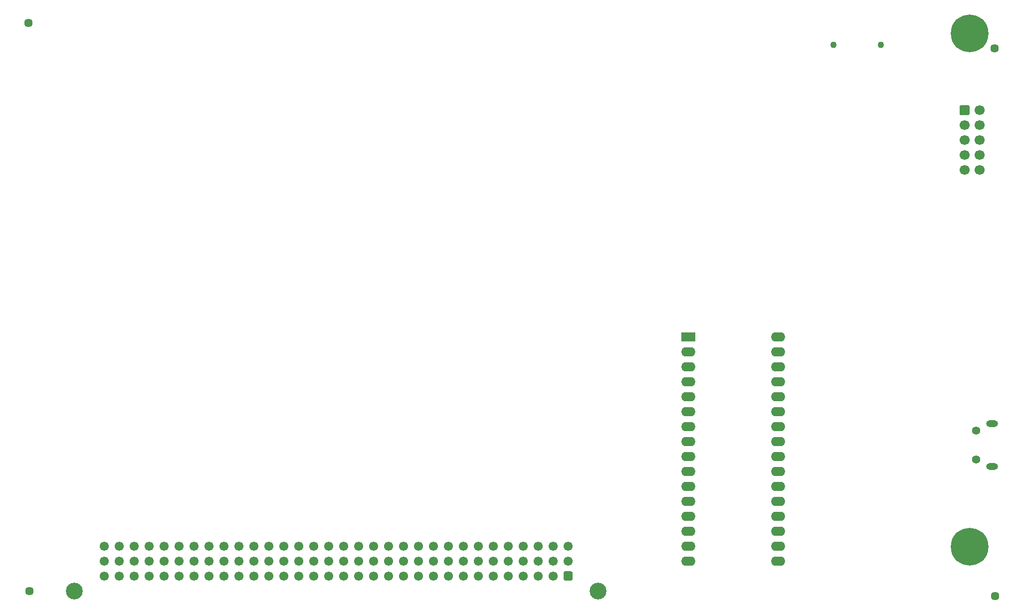
<source format=gbs>
G04 #@! TF.GenerationSoftware,KiCad,Pcbnew,(5.1.10-1-10_14)*
G04 #@! TF.CreationDate,2022-01-14T08:56:19-05:00*
G04 #@! TF.ProjectId,NuBus-ESP32,4e754275-732d-4455-9350-33322e6b6963,rev?*
G04 #@! TF.SameCoordinates,Original*
G04 #@! TF.FileFunction,Soldermask,Bot*
G04 #@! TF.FilePolarity,Negative*
%FSLAX46Y46*%
G04 Gerber Fmt 4.6, Leading zero omitted, Abs format (unit mm)*
G04 Created by KiCad (PCBNEW (5.1.10-1-10_14)) date 2022-01-14 08:56:19*
%MOMM*%
%LPD*%
G01*
G04 APERTURE LIST*
%ADD10C,1.700000*%
%ADD11C,2.850000*%
%ADD12C,1.550000*%
%ADD13C,6.400000*%
%ADD14C,0.800000*%
%ADD15R,2.400000X1.600000*%
%ADD16O,2.400000X1.600000*%
%ADD17C,1.100000*%
%ADD18C,1.448000*%
%ADD19O,2.000000X1.170000*%
%ADD20C,1.400000*%
G04 APERTURE END LIST*
G36*
G01*
X229020000Y-53559000D02*
X229020000Y-52359000D01*
G75*
G02*
X229270000Y-52109000I250000J0D01*
G01*
X230470000Y-52109000D01*
G75*
G02*
X230720000Y-52359000I0J-250000D01*
G01*
X230720000Y-53559000D01*
G75*
G02*
X230470000Y-53809000I-250000J0D01*
G01*
X229270000Y-53809000D01*
G75*
G02*
X229020000Y-53559000I0J250000D01*
G01*
G37*
D10*
X229870000Y-55499000D03*
X229870000Y-58039000D03*
X229870000Y-60579000D03*
X229870000Y-63119000D03*
X232410000Y-52959000D03*
X232410000Y-55499000D03*
X232410000Y-58039000D03*
X232410000Y-60579000D03*
X232410000Y-63119000D03*
D11*
X167640000Y-134620000D03*
X78740000Y-134620000D03*
G36*
G01*
X163335000Y-131554998D02*
X163335000Y-132605002D01*
G75*
G02*
X163085002Y-132855000I-249998J0D01*
G01*
X162034998Y-132855000D01*
G75*
G02*
X161785000Y-132605002I0J249998D01*
G01*
X161785000Y-131554998D01*
G75*
G02*
X162034998Y-131305000I249998J0D01*
G01*
X163085002Y-131305000D01*
G75*
G02*
X163335000Y-131554998I0J-249998D01*
G01*
G37*
D12*
X160020000Y-132080000D03*
X157480000Y-132080000D03*
X154940000Y-132080000D03*
X152400000Y-132080000D03*
X149860000Y-132080000D03*
X147320000Y-132080000D03*
X144780000Y-132080000D03*
X142240000Y-132080000D03*
X139700000Y-132080000D03*
X137160000Y-132080000D03*
X134620000Y-132080000D03*
X132080000Y-132080000D03*
X129540000Y-132080000D03*
X127000000Y-132080000D03*
X124460000Y-132080000D03*
X121920000Y-132080000D03*
X119380000Y-132080000D03*
X116840000Y-132080000D03*
X114300000Y-132080000D03*
X111760000Y-132080000D03*
X109220000Y-132080000D03*
X106680000Y-132080000D03*
X104140000Y-132080000D03*
X101600000Y-132080000D03*
X99060000Y-132080000D03*
X96520000Y-132080000D03*
X93980000Y-132080000D03*
X91440000Y-132080000D03*
X88900000Y-132080000D03*
X86360000Y-132080000D03*
X83820000Y-132080000D03*
X162560000Y-129540000D03*
X160020000Y-129540000D03*
X157480000Y-129540000D03*
X154940000Y-129540000D03*
X152400000Y-129540000D03*
X149860000Y-129540000D03*
X147320000Y-129540000D03*
X144780000Y-129540000D03*
X142240000Y-129540000D03*
X139700000Y-129540000D03*
X137160000Y-129540000D03*
X134620000Y-129540000D03*
X132080000Y-129540000D03*
X129540000Y-129540000D03*
X127000000Y-129540000D03*
X124460000Y-129540000D03*
X121920000Y-129540000D03*
X119380000Y-129540000D03*
X116840000Y-129540000D03*
X114300000Y-129540000D03*
X111760000Y-129540000D03*
X109220000Y-129540000D03*
X106680000Y-129540000D03*
X104140000Y-129540000D03*
X101600000Y-129540000D03*
X99060000Y-129540000D03*
X96520000Y-129540000D03*
X93980000Y-129540000D03*
X91440000Y-129540000D03*
X88900000Y-129540000D03*
X86360000Y-129540000D03*
X83820000Y-129540000D03*
X162560000Y-127000000D03*
X160020000Y-127000000D03*
X157480000Y-127000000D03*
X154940000Y-127000000D03*
X152400000Y-127000000D03*
X149860000Y-127000000D03*
X147320000Y-127000000D03*
X144780000Y-127000000D03*
X142240000Y-127000000D03*
X139700000Y-127000000D03*
X137160000Y-127000000D03*
X134620000Y-127000000D03*
X132080000Y-127000000D03*
X129540000Y-127000000D03*
X127000000Y-127000000D03*
X124460000Y-127000000D03*
X121920000Y-127000000D03*
X119380000Y-127000000D03*
X116840000Y-127000000D03*
X114300000Y-127000000D03*
X111760000Y-127000000D03*
X109220000Y-127000000D03*
X106680000Y-127000000D03*
X104140000Y-127000000D03*
X101600000Y-127000000D03*
X99060000Y-127000000D03*
X96520000Y-127000000D03*
X93980000Y-127000000D03*
X91440000Y-127000000D03*
X88900000Y-127000000D03*
X86360000Y-127000000D03*
X83820000Y-127000000D03*
D13*
X230759000Y-39878000D03*
D14*
X233159000Y-39878000D03*
X232456056Y-41575056D03*
X230759000Y-42278000D03*
X229061944Y-41575056D03*
X228359000Y-39878000D03*
X229061944Y-38180944D03*
X230759000Y-37478000D03*
X232456056Y-38180944D03*
X232456056Y-125429944D03*
X230759000Y-124727000D03*
X229061944Y-125429944D03*
X228359000Y-127127000D03*
X229061944Y-128824056D03*
X230759000Y-129527000D03*
X232456056Y-128824056D03*
X233159000Y-127127000D03*
D13*
X230759000Y-127127000D03*
D15*
X183007000Y-91440000D03*
D16*
X198247000Y-129540000D03*
X183007000Y-93980000D03*
X198247000Y-127000000D03*
X183007000Y-96520000D03*
X198247000Y-124460000D03*
X183007000Y-99060000D03*
X198247000Y-121920000D03*
X183007000Y-101600000D03*
X198247000Y-119380000D03*
X183007000Y-104140000D03*
X198247000Y-116840000D03*
X183007000Y-106680000D03*
X198247000Y-114300000D03*
X183007000Y-109220000D03*
X198247000Y-111760000D03*
X183007000Y-111760000D03*
X198247000Y-109220000D03*
X183007000Y-114300000D03*
X198247000Y-106680000D03*
X183007000Y-116840000D03*
X198247000Y-104140000D03*
X183007000Y-119380000D03*
X198247000Y-101600000D03*
X183007000Y-121920000D03*
X198247000Y-99060000D03*
X183007000Y-124460000D03*
X198247000Y-96520000D03*
X183007000Y-127000000D03*
X198247000Y-93980000D03*
X183007000Y-129540000D03*
X198247000Y-91440000D03*
D17*
X215650000Y-41850000D03*
X207650000Y-41850000D03*
D18*
X71120000Y-134620000D03*
X235077000Y-135509000D03*
X234950000Y-42418000D03*
X70993000Y-38100000D03*
D19*
X234500000Y-106250000D03*
X234500000Y-113450000D03*
D20*
X231850000Y-107425000D03*
X231850000Y-112275000D03*
M02*

</source>
